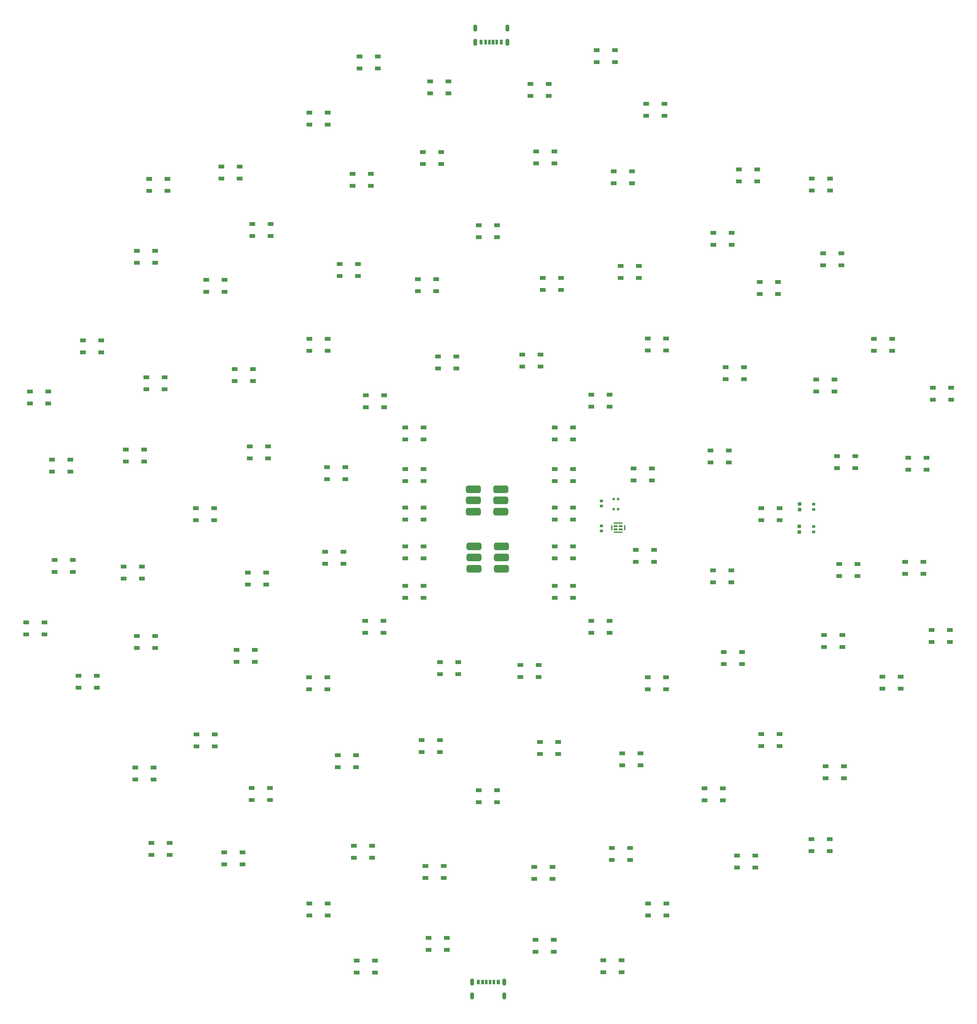
<source format=gtp>
%TF.GenerationSoftware,KiCad,Pcbnew,(6.0.4)*%
%TF.CreationDate,2022-09-10T17:39:23-05:00*%
%TF.ProjectId,CircleBoard,43697263-6c65-4426-9f61-72642e6b6963,rev?*%
%TF.SameCoordinates,Original*%
%TF.FileFunction,Paste,Top*%
%TF.FilePolarity,Positive*%
%FSLAX46Y46*%
G04 Gerber Fmt 4.6, Leading zero omitted, Abs format (unit mm)*
G04 Created by KiCad (PCBNEW (6.0.4)) date 2022-09-10 17:39:23*
%MOMM*%
%LPD*%
G01*
G04 APERTURE LIST*
G04 Aperture macros list*
%AMRoundRect*
0 Rectangle with rounded corners*
0 $1 Rounding radius*
0 $2 $3 $4 $5 $6 $7 $8 $9 X,Y pos of 4 corners*
0 Add a 4 corners polygon primitive as box body*
4,1,4,$2,$3,$4,$5,$6,$7,$8,$9,$2,$3,0*
0 Add four circle primitives for the rounded corners*
1,1,$1+$1,$2,$3*
1,1,$1+$1,$4,$5*
1,1,$1+$1,$6,$7*
1,1,$1+$1,$8,$9*
0 Add four rect primitives between the rounded corners*
20,1,$1+$1,$2,$3,$4,$5,0*
20,1,$1+$1,$4,$5,$6,$7,0*
20,1,$1+$1,$6,$7,$8,$9,0*
20,1,$1+$1,$8,$9,$2,$3,0*%
G04 Aperture macros list end*
%ADD10O,1.100000X1.900000*%
%ADD11R,0.700000X1.200000*%
%ADD12R,0.800000X1.200000*%
%ADD13R,1.500000X1.000000*%
%ADD14R,0.900000X0.800000*%
%ADD15R,0.864000X0.806000*%
%ADD16RoundRect,0.500000X1.500000X0.500000X-1.500000X0.500000X-1.500000X-0.500000X1.500000X-0.500000X0*%
%ADD17C,0.700000*%
%ADD18R,1.050000X0.550000*%
%ADD19R,0.450000X1.400000*%
%ADD20R,2.400000X0.450000*%
G04 APERTURE END LIST*
G36*
X127450000Y-253112000D02*
G01*
X126750000Y-253112000D01*
X126750000Y-251912000D01*
X127450000Y-251912000D01*
X127450000Y-253112000D01*
G37*
G36*
X129450000Y-253112000D02*
G01*
X128750000Y-253112000D01*
X128750000Y-251912000D01*
X129450000Y-251912000D01*
X129450000Y-253112000D01*
G37*
G36*
X130700000Y-253112000D02*
G01*
X129900000Y-253112000D01*
X129900000Y-251912000D01*
X130700000Y-251912000D01*
X130700000Y-253112000D01*
G37*
G36*
X128450000Y-253112000D02*
G01*
X127750000Y-253112000D01*
X127750000Y-251912000D01*
X128450000Y-251912000D01*
X128450000Y-253112000D01*
G37*
G36*
X126450000Y-253112000D02*
G01*
X125750000Y-253112000D01*
X125750000Y-251912000D01*
X126450000Y-251912000D01*
X126450000Y-253112000D01*
G37*
G36*
X125300000Y-253112000D02*
G01*
X124500000Y-253112000D01*
X124500000Y-251912000D01*
X125300000Y-251912000D01*
X125300000Y-253112000D01*
G37*
G36*
X129250000Y-888000D02*
G01*
X128550000Y-888000D01*
X128550000Y312000D01*
X129250000Y312000D01*
X129250000Y-888000D01*
G37*
G36*
X127250000Y-888000D02*
G01*
X126550000Y-888000D01*
X126550000Y312000D01*
X127250000Y312000D01*
X127250000Y-888000D01*
G37*
G36*
X126100000Y-888000D02*
G01*
X125300000Y-888000D01*
X125300000Y312000D01*
X126100000Y312000D01*
X126100000Y-888000D01*
G37*
G36*
X128250000Y-888000D02*
G01*
X127550000Y-888000D01*
X127550000Y312000D01*
X128250000Y312000D01*
X128250000Y-888000D01*
G37*
G36*
X130250000Y-888000D02*
G01*
X129550000Y-888000D01*
X129550000Y312000D01*
X130250000Y312000D01*
X130250000Y-888000D01*
G37*
G36*
X131500000Y-888000D02*
G01*
X130700000Y-888000D01*
X130700000Y312000D01*
X131500000Y312000D01*
X131500000Y-888000D01*
G37*
G36*
X210928000Y-131735000D02*
G01*
X211258000Y-131735000D01*
X211258000Y-131355000D01*
X211500000Y-131355000D01*
X211550000Y-131405000D01*
X211550000Y-132195000D01*
X211500000Y-132245000D01*
X210700000Y-132245000D01*
X210650000Y-132195000D01*
X210650000Y-131405000D01*
X210700000Y-131355000D01*
X210928000Y-131355000D01*
X210928000Y-131735000D01*
G37*
G36*
X211550000Y-129805000D02*
G01*
X211550000Y-130605000D01*
X211500000Y-130655000D01*
X211258000Y-130655000D01*
X211258000Y-130285000D01*
X210928000Y-130285000D01*
X210928000Y-130655000D01*
X210700000Y-130655000D01*
X210650000Y-130605000D01*
X210650000Y-129805000D01*
X210700000Y-129755000D01*
X211500000Y-129755000D01*
X211550000Y-129805000D01*
G37*
G36*
X211028000Y-125735000D02*
G01*
X211358000Y-125735000D01*
X211358000Y-125355000D01*
X211600000Y-125355000D01*
X211650000Y-125405000D01*
X211650000Y-126195000D01*
X211600000Y-126245000D01*
X210800000Y-126245000D01*
X210750000Y-126195000D01*
X210750000Y-125405000D01*
X210800000Y-125355000D01*
X211028000Y-125355000D01*
X211028000Y-125735000D01*
G37*
G36*
X211650000Y-123805000D02*
G01*
X211650000Y-124605000D01*
X211600000Y-124655000D01*
X211358000Y-124655000D01*
X211358000Y-124285000D01*
X211028000Y-124285000D01*
X211028000Y-124655000D01*
X210800000Y-124655000D01*
X210750000Y-124605000D01*
X210750000Y-123805000D01*
X210800000Y-123755000D01*
X211600000Y-123755000D01*
X211650000Y-123805000D01*
G37*
D10*
X131920000Y-256312000D03*
X123280000Y-252512000D03*
X131920000Y-252512000D03*
X123280000Y-256312000D03*
D11*
X127100000Y-252512000D03*
X129100000Y-252512000D03*
D12*
X130300000Y-252512000D03*
D11*
X128100000Y-252512000D03*
X126100000Y-252512000D03*
D12*
X124900000Y-252512000D03*
D10*
X124080000Y3512000D03*
X132720000Y-288000D03*
X124080000Y-288000D03*
X132720000Y3512000D03*
D11*
X128900000Y-288000D03*
X126900000Y-288000D03*
D12*
X125700000Y-288000D03*
D11*
X127900000Y-288000D03*
X129900000Y-288000D03*
D12*
X131100000Y-288000D03*
D13*
X145450000Y-103700000D03*
X145450000Y-106900000D03*
X150350000Y-106900000D03*
X150350000Y-103700000D03*
D14*
X215000000Y-131700000D03*
X215000000Y-130300000D03*
D13*
X49239000Y-186106000D03*
X49239000Y-189306000D03*
X54139000Y-189306000D03*
X54139000Y-186106000D03*
X187923000Y-142037000D03*
X187923000Y-145237000D03*
X192823000Y-145237000D03*
X192823000Y-142037000D03*
X105350000Y-114900000D03*
X105350000Y-118100000D03*
X110250000Y-118100000D03*
X110250000Y-114900000D03*
X49112000Y-125400000D03*
X49112000Y-128600000D03*
X54012000Y-128600000D03*
X54012000Y-125400000D03*
X94578000Y-155626000D03*
X94578000Y-158826000D03*
X99478000Y-158826000D03*
X99478000Y-155626000D03*
X56732000Y-217729000D03*
X56732000Y-220929000D03*
X61632000Y-220929000D03*
X61632000Y-217729000D03*
X110072000Y-29769000D03*
X110072000Y-32969000D03*
X114972000Y-32969000D03*
X114972000Y-29769000D03*
X111977000Y-10846000D03*
X111977000Y-14046000D03*
X116877000Y-14046000D03*
X116877000Y-10846000D03*
X200877000Y-125400000D03*
X200877000Y-128600000D03*
X205777000Y-128600000D03*
X205777000Y-125400000D03*
X109691000Y-187630000D03*
X109691000Y-190830000D03*
X114591000Y-190830000D03*
X114591000Y-187630000D03*
X63082000Y-142672000D03*
X63082000Y-145872000D03*
X67982000Y-145872000D03*
X67982000Y-142672000D03*
X29681000Y-141021000D03*
X29681000Y-144221000D03*
X34581000Y-144221000D03*
X34581000Y-141021000D03*
X145450000Y-146200000D03*
X145450000Y-149400000D03*
X150350000Y-149400000D03*
X150350000Y-146200000D03*
X92292000Y-246812000D03*
X92292000Y-250012000D03*
X97192000Y-250012000D03*
X97192000Y-246812000D03*
D15*
X211100000Y-131753000D03*
X211100000Y-130247000D03*
D16*
X131000000Y-126300000D03*
X131000000Y-123300000D03*
X131000000Y-120300000D03*
D13*
X170524000Y-231445000D03*
X170524000Y-234645000D03*
X175424000Y-234645000D03*
X175424000Y-231445000D03*
X79592000Y-231445000D03*
X79592000Y-234645000D03*
X84492000Y-234645000D03*
X84492000Y-231445000D03*
X108675000Y-63932000D03*
X108675000Y-67132000D03*
X113575000Y-67132000D03*
X113575000Y-63932000D03*
X141441000Y-188138000D03*
X141441000Y-191338000D03*
X146341000Y-191338000D03*
X146341000Y-188138000D03*
X55970000Y-33706000D03*
X55970000Y-36906000D03*
X60870000Y-36906000D03*
X60870000Y-33706000D03*
X231103000Y-79934000D03*
X231103000Y-83134000D03*
X236003000Y-83134000D03*
X236003000Y-79934000D03*
X155284000Y-94920000D03*
X155284000Y-98120000D03*
X160184000Y-98120000D03*
X160184000Y-94920000D03*
X37174000Y-215189000D03*
X37174000Y-218389000D03*
X42074000Y-218389000D03*
X42074000Y-215189000D03*
X111596000Y-240716000D03*
X111596000Y-243916000D03*
X116496000Y-243916000D03*
X116496000Y-240716000D03*
X246597000Y-158039000D03*
X246597000Y-161239000D03*
X251497000Y-161239000D03*
X251497000Y-158039000D03*
X110707000Y-221412000D03*
X110707000Y-224612000D03*
X115607000Y-224612000D03*
X115607000Y-221412000D03*
D16*
X123800000Y-141600000D03*
X123800000Y-138600000D03*
X123800000Y-135600000D03*
X131100000Y-141600000D03*
X131100000Y-138600000D03*
X131100000Y-135600000D03*
D13*
X170397000Y-79807000D03*
X170397000Y-83007000D03*
X175297000Y-83007000D03*
X175297000Y-79807000D03*
X217768000Y-159436000D03*
X217768000Y-162636000D03*
X222668000Y-162636000D03*
X222668000Y-159436000D03*
X215609000Y-90856000D03*
X215609000Y-94056000D03*
X220509000Y-94056000D03*
X220509000Y-90856000D03*
X221832000Y-140386000D03*
X221832000Y-143586000D03*
X226732000Y-143586000D03*
X226732000Y-140386000D03*
X158459000Y-246685000D03*
X158459000Y-249885000D03*
X163359000Y-249885000D03*
X163359000Y-246685000D03*
D14*
X158000000Y-131500000D03*
X158000000Y-130100000D03*
D13*
X140425000Y-29642000D03*
X140425000Y-32842000D03*
X145325000Y-32842000D03*
X145325000Y-29642000D03*
X200877000Y-185979000D03*
X200877000Y-189179000D03*
X205777000Y-189179000D03*
X205777000Y-185979000D03*
X114136000Y-84633000D03*
X114136000Y-87833000D03*
X119036000Y-87833000D03*
X119036000Y-84633000D03*
X185637000Y-200584000D03*
X185637000Y-203784000D03*
X190537000Y-203784000D03*
X190537000Y-200584000D03*
X30316000Y-109652000D03*
X30316000Y-112852000D03*
X35216000Y-112852000D03*
X35216000Y-109652000D03*
X240374000Y-111811000D03*
X240374000Y-115011000D03*
X245274000Y-115011000D03*
X245274000Y-111811000D03*
X246978000Y-93015000D03*
X246978000Y-96215000D03*
X251878000Y-96215000D03*
X251878000Y-93015000D03*
X59526000Y-88062000D03*
X59526000Y-91262000D03*
X64426000Y-91262000D03*
X64426000Y-88062000D03*
X170016000Y-16815000D03*
X170016000Y-20015000D03*
X174916000Y-20015000D03*
X174916000Y-16815000D03*
X35777000Y-90221000D03*
X35777000Y-93421000D03*
X40677000Y-93421000D03*
X40677000Y-90221000D03*
X187288000Y-109906000D03*
X187288000Y-113106000D03*
X192188000Y-113106000D03*
X192188000Y-109906000D03*
X142203000Y-63551000D03*
X142203000Y-66751000D03*
X147103000Y-66751000D03*
X147103000Y-63551000D03*
X163539000Y-191186000D03*
X163539000Y-194386000D03*
X168439000Y-194386000D03*
X168439000Y-191186000D03*
X221197000Y-111430000D03*
X221197000Y-114630000D03*
X226097000Y-114630000D03*
X226097000Y-111430000D03*
D15*
X211200000Y-125753000D03*
X211200000Y-124247000D03*
D13*
X136234000Y-167437000D03*
X136234000Y-170637000D03*
X141134000Y-170637000D03*
X141134000Y-167437000D03*
X136742000Y-84125000D03*
X136742000Y-87325000D03*
X141642000Y-87325000D03*
X141642000Y-84125000D03*
D14*
X215000000Y-125700000D03*
X215000000Y-124300000D03*
D13*
X125058000Y-49454000D03*
X125058000Y-52654000D03*
X129958000Y-52654000D03*
X129958000Y-49454000D03*
X125058000Y-201092000D03*
X125058000Y-204292000D03*
X129958000Y-204292000D03*
X129958000Y-201092000D03*
X155284000Y-155626000D03*
X155284000Y-158826000D03*
X160184000Y-158826000D03*
X160184000Y-155626000D03*
X105350000Y-103700000D03*
X105350000Y-106900000D03*
X110250000Y-106900000D03*
X110250000Y-103700000D03*
X94705000Y-95047000D03*
X94705000Y-98247000D03*
X99605000Y-98247000D03*
X99605000Y-95047000D03*
X4535000Y-94031000D03*
X4535000Y-97231000D03*
X9435000Y-97231000D03*
X9435000Y-94031000D03*
X11139000Y-139243000D03*
X11139000Y-142443000D03*
X16039000Y-142443000D03*
X16039000Y-139243000D03*
X217514000Y-56947000D03*
X217514000Y-60147000D03*
X222414000Y-60147000D03*
X222414000Y-56947000D03*
X33237000Y-56312000D03*
X33237000Y-59512000D03*
X38137000Y-59512000D03*
X38137000Y-56312000D03*
X166587000Y-114732000D03*
X166587000Y-117932000D03*
X171487000Y-117932000D03*
X171487000Y-114732000D03*
X214466000Y-36881000D03*
X214466000Y-40081000D03*
X219366000Y-40081000D03*
X219366000Y-36881000D03*
X163158000Y-60376000D03*
X163158000Y-63576000D03*
X168058000Y-63576000D03*
X168058000Y-60376000D03*
X3519000Y-156007000D03*
X3519000Y-159207000D03*
X8419000Y-159207000D03*
X8419000Y-156007000D03*
X60034000Y-163373000D03*
X60034000Y-166573000D03*
X64934000Y-166573000D03*
X64934000Y-163373000D03*
X79592000Y-79934000D03*
X79592000Y-83134000D03*
X84492000Y-83134000D03*
X84492000Y-79934000D03*
D16*
X123600000Y-126300000D03*
X123600000Y-123300000D03*
X123600000Y-120300000D03*
D13*
X139917000Y-221666000D03*
X139917000Y-224866000D03*
X144817000Y-224866000D03*
X144817000Y-221666000D03*
X161253000Y-34976000D03*
X161253000Y-38176000D03*
X166153000Y-38176000D03*
X166153000Y-34976000D03*
X18759000Y-80315000D03*
X18759000Y-83515000D03*
X23659000Y-83515000D03*
X23659000Y-80315000D03*
X91530000Y-215951000D03*
X91530000Y-219151000D03*
X96430000Y-219151000D03*
X96430000Y-215951000D03*
X140298000Y-241224000D03*
X140298000Y-244424000D03*
X145198000Y-244424000D03*
X145198000Y-241224000D03*
X17616000Y-170358000D03*
X17616000Y-173558000D03*
X22516000Y-173558000D03*
X22516000Y-170358000D03*
X170397000Y-170739000D03*
X170397000Y-173939000D03*
X175297000Y-173939000D03*
X175297000Y-170739000D03*
X79465000Y-170739000D03*
X79465000Y-173939000D03*
X84365000Y-173939000D03*
X84365000Y-170739000D03*
X64225000Y-49073000D03*
X64225000Y-52273000D03*
X69125000Y-52273000D03*
X69125000Y-49073000D03*
X200496000Y-64694000D03*
X200496000Y-67894000D03*
X205396000Y-67894000D03*
X205396000Y-64694000D03*
X36539000Y-37008000D03*
X36539000Y-40208000D03*
X41439000Y-40208000D03*
X41439000Y-37008000D03*
X156681000Y-2464000D03*
X156681000Y-5664000D03*
X161581000Y-5664000D03*
X161581000Y-2464000D03*
X218149000Y-194615000D03*
X218149000Y-197815000D03*
X223049000Y-197815000D03*
X223049000Y-194615000D03*
X233389000Y-170612000D03*
X233389000Y-173812000D03*
X238289000Y-173812000D03*
X238289000Y-170612000D03*
X194400000Y-218618000D03*
X194400000Y-221818000D03*
X199300000Y-221818000D03*
X199300000Y-218618000D03*
X87720000Y-59868000D03*
X87720000Y-63068000D03*
X92620000Y-63068000D03*
X92620000Y-59868000D03*
X91149000Y-35611000D03*
X91149000Y-38811000D03*
X96049000Y-38811000D03*
X96049000Y-35611000D03*
X190844000Y-164008000D03*
X190844000Y-167208000D03*
X195744000Y-167208000D03*
X195744000Y-164008000D03*
X93054000Y-4115000D03*
X93054000Y-7315000D03*
X97954000Y-7315000D03*
X97954000Y-4115000D03*
X63590000Y-108763000D03*
X63590000Y-111963000D03*
X68490000Y-111963000D03*
X68490000Y-108763000D03*
X114644000Y-166675000D03*
X114644000Y-169875000D03*
X119544000Y-169875000D03*
X119544000Y-166675000D03*
X105350000Y-125200000D03*
X105350000Y-128400000D03*
X110250000Y-128400000D03*
X110250000Y-125200000D03*
D14*
X158000000Y-124800000D03*
X158000000Y-123400000D03*
D13*
X167222000Y-136576000D03*
X167222000Y-139776000D03*
X172122000Y-139776000D03*
X172122000Y-136576000D03*
X188050000Y-51486000D03*
X188050000Y-54686000D03*
X192950000Y-54686000D03*
X192950000Y-51486000D03*
X33237000Y-159690000D03*
X33237000Y-162890000D03*
X38137000Y-162890000D03*
X38137000Y-159690000D03*
X160745000Y-216586000D03*
X160745000Y-219786000D03*
X165645000Y-219786000D03*
X165645000Y-216586000D03*
X87212000Y-191694000D03*
X87212000Y-194894000D03*
X92112000Y-194894000D03*
X92112000Y-191694000D03*
D17*
X162438500Y-122954000D03*
X162438500Y-125614000D03*
X161288500Y-125614000D03*
X161288500Y-122954000D03*
D13*
X145450000Y-135600000D03*
X145450000Y-138800000D03*
X150350000Y-138800000D03*
X150350000Y-135600000D03*
X194908000Y-34468000D03*
X194908000Y-37668000D03*
X199808000Y-37668000D03*
X199808000Y-34468000D03*
X84291000Y-114351000D03*
X84291000Y-117551000D03*
X89191000Y-117551000D03*
X89191000Y-114351000D03*
X138901000Y-11481000D03*
X138901000Y-14681000D03*
X143801000Y-14681000D03*
X143801000Y-11481000D03*
X32856000Y-194996000D03*
X32856000Y-198196000D03*
X37756000Y-198196000D03*
X37756000Y-194996000D03*
X79592000Y-19228000D03*
X79592000Y-22428000D03*
X84492000Y-22428000D03*
X84492000Y-19228000D03*
X145450000Y-125200000D03*
X145450000Y-128400000D03*
X150350000Y-128400000D03*
X150350000Y-125200000D03*
X239485000Y-139751000D03*
X239485000Y-142951000D03*
X244385000Y-142951000D03*
X244385000Y-139751000D03*
X10504000Y-112319000D03*
X10504000Y-115519000D03*
X15404000Y-115519000D03*
X15404000Y-112319000D03*
D18*
X163175000Y-130175000D03*
X161825000Y-131025000D03*
X163175000Y-131025000D03*
D19*
X164225000Y-130600000D03*
D20*
X162500000Y-129375000D03*
D19*
X160775000Y-130600000D03*
D20*
X162500000Y-131825000D03*
D18*
X161825000Y-130175000D03*
D13*
X214339000Y-214173000D03*
X214339000Y-217373000D03*
X219239000Y-217373000D03*
X219239000Y-214173000D03*
X145450000Y-114900000D03*
X145450000Y-118100000D03*
X150350000Y-118100000D03*
X150350000Y-114900000D03*
X83783000Y-137084000D03*
X83783000Y-140284000D03*
X88683000Y-140284000D03*
X88683000Y-137084000D03*
X105350000Y-135600000D03*
X105350000Y-138800000D03*
X110250000Y-138800000D03*
X110250000Y-135600000D03*
X105350000Y-146200000D03*
X105350000Y-149400000D03*
X110250000Y-149400000D03*
X110250000Y-146200000D03*
X191352000Y-87554000D03*
X191352000Y-90754000D03*
X196252000Y-90754000D03*
X196252000Y-87554000D03*
X51906000Y-64059000D03*
X51906000Y-67259000D03*
X56806000Y-67259000D03*
X56806000Y-64059000D03*
X64098000Y-200457000D03*
X64098000Y-203657000D03*
X68998000Y-203657000D03*
X68998000Y-200457000D03*
M02*

</source>
